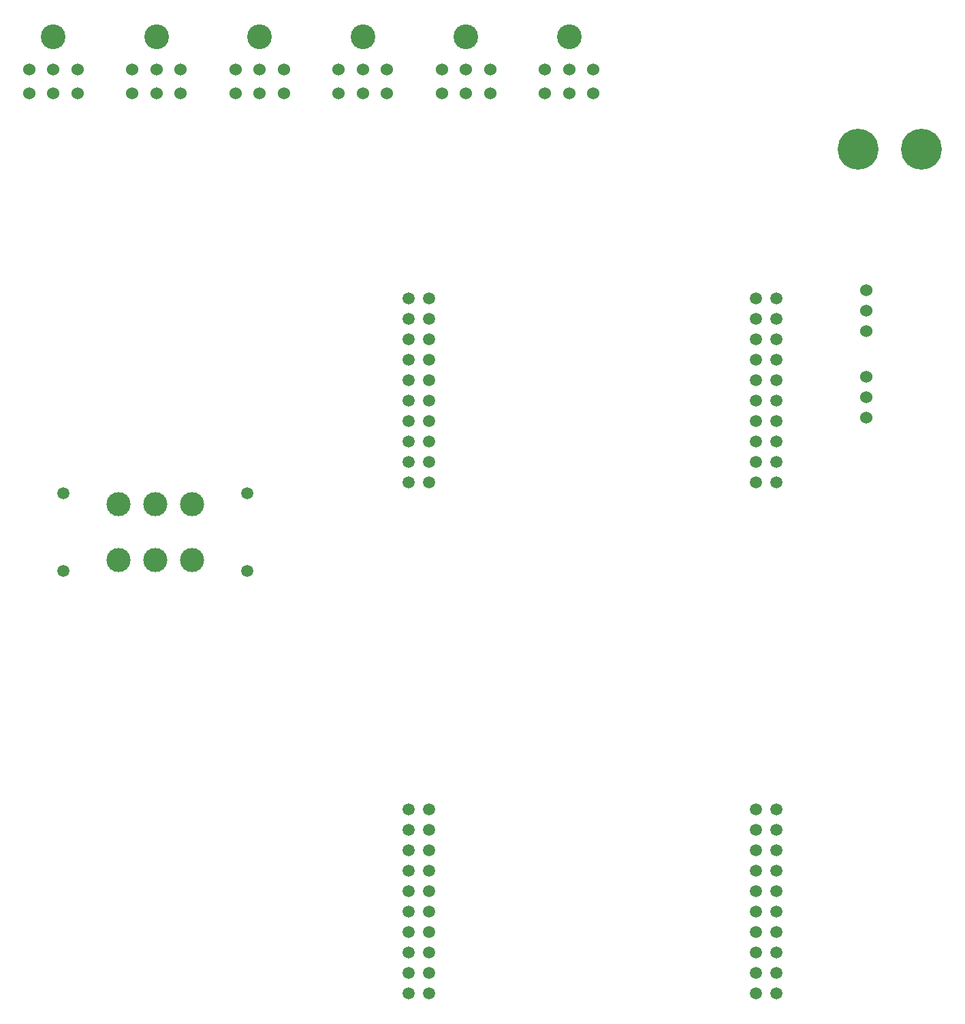
<source format=gbr>
%TF.GenerationSoftware,KiCad,Pcbnew,(5.1.10)-1*%
%TF.CreationDate,2021-11-15T21:10:31-06:00*%
%TF.ProjectId,Driveboard_2022,44726976-6562-46f6-9172-645f32303232,rev?*%
%TF.SameCoordinates,Original*%
%TF.FileFunction,Soldermask,Bot*%
%TF.FilePolarity,Negative*%
%FSLAX46Y46*%
G04 Gerber Fmt 4.6, Leading zero omitted, Abs format (unit mm)*
G04 Created by KiCad (PCBNEW (5.1.10)-1) date 2021-11-15 21:10:31*
%MOMM*%
%LPD*%
G01*
G04 APERTURE LIST*
%ADD10C,1.520000*%
%ADD11C,1.524000*%
%ADD12C,3.073400*%
%ADD13C,3.000000*%
%ADD14C,1.500000*%
%ADD15C,5.080000*%
G04 APERTURE END LIST*
D10*
%TO.C,U1*%
X143384000Y-145574000D03*
X140844000Y-140494000D03*
X97664000Y-79534000D03*
X143384000Y-130334000D03*
X140844000Y-127794000D03*
X143384000Y-132874000D03*
X143384000Y-137954000D03*
X143384000Y-143034000D03*
X97664000Y-82074000D03*
X140844000Y-148114000D03*
X143384000Y-140494000D03*
X143384000Y-148114000D03*
X140844000Y-125254000D03*
X97664000Y-84614000D03*
X140844000Y-130334000D03*
X140844000Y-132874000D03*
X140844000Y-143034000D03*
X143384000Y-135414000D03*
X140844000Y-137954000D03*
X100204000Y-61754000D03*
X140844000Y-145574000D03*
X143384000Y-125254000D03*
X143384000Y-127794000D03*
X140844000Y-135414000D03*
X140844000Y-79534000D03*
X140844000Y-74454000D03*
X97664000Y-64294000D03*
X100204000Y-79534000D03*
X143384000Y-61754000D03*
X143384000Y-71914000D03*
X143384000Y-79534000D03*
X140844000Y-82074000D03*
X97664000Y-74454000D03*
X140844000Y-69374000D03*
X140844000Y-61754000D03*
X140844000Y-66834000D03*
X140844000Y-71914000D03*
X143384000Y-64294000D03*
X97664000Y-61754000D03*
X100204000Y-64294000D03*
X100204000Y-66834000D03*
X140844000Y-76994000D03*
X143384000Y-69374000D03*
X100204000Y-69374000D03*
X143384000Y-82074000D03*
X97664000Y-76994000D03*
X97664000Y-69374000D03*
X140844000Y-64294000D03*
X97664000Y-66834000D03*
X100204000Y-71914000D03*
X100204000Y-74454000D03*
X100204000Y-82074000D03*
X143384000Y-76994000D03*
X140844000Y-84614000D03*
X143384000Y-84614000D03*
X97664000Y-71914000D03*
X100204000Y-76994000D03*
X143384000Y-66834000D03*
X100204000Y-84614000D03*
X143384000Y-74454000D03*
X100204000Y-132874000D03*
X100204000Y-148114000D03*
X100204000Y-140494000D03*
X100204000Y-143034000D03*
X100204000Y-145574000D03*
X100204000Y-135414000D03*
X100204000Y-137954000D03*
X97664000Y-143034000D03*
X97664000Y-132874000D03*
X97664000Y-130334000D03*
X100204000Y-127794000D03*
X97664000Y-135414000D03*
X100204000Y-125254000D03*
X97664000Y-127794000D03*
X97664000Y-140494000D03*
X97664000Y-125254000D03*
X97664000Y-148114000D03*
X100204000Y-130334000D03*
X97664000Y-145574000D03*
X97664000Y-137954000D03*
%TD*%
D11*
%TO.C,Conn6*%
X56464200Y-36271200D03*
X56464200Y-33274000D03*
D12*
X53467000Y-29210000D03*
D11*
X53467000Y-33274000D03*
X50469800Y-33274000D03*
X50469800Y-36271200D03*
X53467000Y-36271200D03*
%TD*%
%TO.C,Conn5*%
X69291200Y-36271200D03*
X69291200Y-33274000D03*
D12*
X66294000Y-29210000D03*
D11*
X66294000Y-33274000D03*
X63296800Y-33274000D03*
X63296800Y-36271200D03*
X66294000Y-36271200D03*
%TD*%
%TO.C,Conn4*%
X82118200Y-36271200D03*
X82118200Y-33274000D03*
D12*
X79121000Y-29210000D03*
D11*
X79121000Y-33274000D03*
X76123800Y-33274000D03*
X76123800Y-36271200D03*
X79121000Y-36271200D03*
%TD*%
%TO.C,Conn3*%
X94945200Y-36271200D03*
X94945200Y-33274000D03*
D12*
X91948000Y-29210000D03*
D11*
X91948000Y-33274000D03*
X88950800Y-33274000D03*
X88950800Y-36271200D03*
X91948000Y-36271200D03*
%TD*%
%TO.C,Conn2*%
X107772200Y-36271200D03*
X107772200Y-33274000D03*
D12*
X104775000Y-29210000D03*
D11*
X104775000Y-33274000D03*
X101777800Y-33274000D03*
X101777800Y-36271200D03*
X104775000Y-36271200D03*
%TD*%
%TO.C,Conn1*%
X120599200Y-36271200D03*
X120599200Y-33274000D03*
D12*
X117602000Y-29210000D03*
D11*
X117602000Y-33274000D03*
X114604800Y-33274000D03*
X114604800Y-36271200D03*
X117602000Y-36271200D03*
%TD*%
%TO.C,U6*%
X154559000Y-65786000D03*
X154559000Y-63246000D03*
X154559000Y-60706000D03*
%TD*%
%TO.C,U5*%
X154559000Y-76581000D03*
X154559000Y-74041000D03*
X154559000Y-71501000D03*
%TD*%
D13*
%TO.C,SW4*%
X61569600Y-94234000D03*
X61569600Y-87325200D03*
X66167000Y-94234000D03*
X66167000Y-87325200D03*
X70764400Y-94234000D03*
X70764400Y-87325200D03*
D14*
X54737000Y-95631000D03*
X54737000Y-85928200D03*
X77597000Y-95631000D03*
X77597000Y-85928200D03*
%TD*%
D15*
%TO.C,Conn13*%
X161417000Y-43205400D03*
X153543000Y-43205400D03*
%TD*%
M02*

</source>
